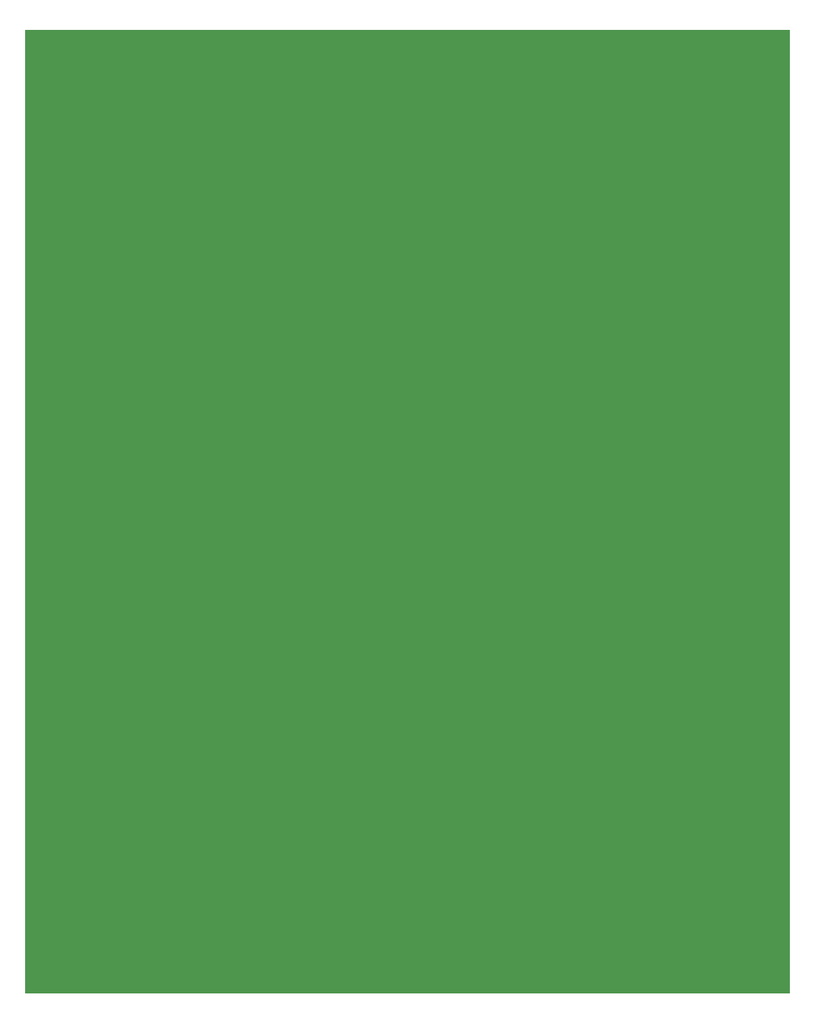
<source format=gbr>
G04 DipTrace 4.3.0.5*
G04 TopMask.gbr*
%MOMM*%
G04 #@! TF.FileFunction,Soldermask,Top*
G04 #@! TF.Part,Single*
%AMOUTLINE1*
4,1,28,
-0.85,-1.18832,
-0.85,1.18832,
-0.83798,1.27961,
-0.80148,1.36774,
-0.74341,1.44341,
-0.66774,1.50148,
-0.57961,1.53798,
-0.48832,1.55,
0.48832,1.55,
0.57961,1.53798,
0.66774,1.50148,
0.74341,1.44341,
0.80148,1.36774,
0.83798,1.27961,
0.85,1.18832,
0.85,-1.18832,
0.83798,-1.27961,
0.80148,-1.36774,
0.74341,-1.44341,
0.66774,-1.50148,
0.57961,-1.53798,
0.48832,-1.55,
-0.48832,-1.55,
-0.57961,-1.53798,
-0.66774,-1.50148,
-0.74341,-1.44341,
-0.80148,-1.36774,
-0.83798,-1.27961,
-0.85,-1.18832,
0*%
%AMOUTLINE4*
4,1,28,
3.49,3.16828,
3.49,-3.16828,
3.48019,-3.24276,
3.45018,-3.31522,
3.40244,-3.37744,
3.34022,-3.42518,
3.26776,-3.45519,
3.19328,-3.465,
-3.19328,-3.465,
-3.26776,-3.45519,
-3.34022,-3.42518,
-3.40244,-3.37744,
-3.45018,-3.31522,
-3.48019,-3.24276,
-3.49,-3.16828,
-3.49,3.16828,
-3.48019,3.24276,
-3.45018,3.31522,
-3.40244,3.37744,
-3.34022,3.42518,
-3.26776,3.45519,
-3.19328,3.465,
3.19328,3.465,
3.26776,3.45519,
3.34022,3.42518,
3.40244,3.37744,
3.45018,3.31522,
3.48019,3.24276,
3.49,3.16828,
0*%
%AMOUTLINE7*
4,1,28,
0.85,0.37953,
0.85,-0.37953,
0.84024,-0.45368,
0.81035,-0.52584,
0.7628,-0.5878,
0.70084,-0.63535,
0.62868,-0.66524,
0.55453,-0.675,
-0.55453,-0.675,
-0.62868,-0.66524,
-0.70084,-0.63535,
-0.7628,-0.5878,
-0.81035,-0.52584,
-0.84024,-0.45368,
-0.85,-0.37953,
-0.85,0.37953,
-0.84024,0.45368,
-0.81035,0.52584,
-0.7628,0.5878,
-0.70084,0.63535,
-0.62868,0.66524,
-0.55453,0.675,
0.55453,0.675,
0.62868,0.66524,
0.70084,0.63535,
0.7628,0.5878,
0.81035,0.52584,
0.84024,0.45368,
0.85,0.37953,
0*%
%AMOUTLINE10*
4,1,28,
0.9,1.53726,
0.9,-1.53726,
0.89306,-1.59,
0.87143,-1.6422,
0.83703,-1.68703,
0.7922,-1.72143,
0.74,-1.74306,
0.68726,-1.75,
-0.68726,-1.75,
-0.74,-1.74306,
-0.7922,-1.72143,
-0.83703,-1.68703,
-0.87143,-1.6422,
-0.89306,-1.59,
-0.9,-1.53726,
-0.9,1.53726,
-0.89306,1.59,
-0.87143,1.6422,
-0.83703,1.68703,
-0.7922,1.72143,
-0.74,1.74306,
-0.68726,1.75,
0.68726,1.75,
0.74,1.74306,
0.7922,1.72143,
0.83703,1.68703,
0.87143,1.6422,
0.89306,1.59,
0.9,1.53726,
0*%
%AMOUTLINE13*
4,1,28,
-0.9,-1.53726,
-0.9,1.53726,
-0.89306,1.59,
-0.87143,1.6422,
-0.83703,1.68703,
-0.7922,1.72143,
-0.74,1.74306,
-0.68726,1.75,
0.68726,1.75,
0.74,1.74306,
0.7922,1.72143,
0.83703,1.68703,
0.87143,1.6422,
0.89306,1.59,
0.9,1.53726,
0.9,-1.53726,
0.89306,-1.59,
0.87143,-1.6422,
0.83703,-1.68703,
0.7922,-1.72143,
0.74,-1.74306,
0.68726,-1.75,
-0.68726,-1.75,
-0.74,-1.74306,
-0.7922,-1.72143,
-0.83703,-1.68703,
-0.87143,-1.6422,
-0.89306,-1.59,
-0.9,-1.53726,
0*%
%AMOUTLINE16*
4,1,15,
-1.05,4.55,
1.05,4.55,
1.05,-3.50328,
1.01464,-3.77187,
0.9097,-4.02522,
0.74277,-4.24277,
0.52522,-4.4097,
0.27187,-4.51464,
0.0,-4.55043,
-0.27187,-4.51464,
-0.52522,-4.4097,
-0.74277,-4.24277,
-0.9097,-4.02522,
-1.01464,-3.77187,
-1.05,-3.50328,
-1.05,4.55,
0*%
%ADD13C,0.12*%
%ADD29R,0.8X1.2*%
%ADD36C,1.5*%
%ADD40R,1.05X1.1*%
%ADD48R,1.1X1.05*%
%ADD55OUTLINE1*%
%ADD58OUTLINE4*%
%ADD61OUTLINE7*%
%ADD64OUTLINE10*%
%ADD67OUTLINE13*%
%ADD70OUTLINE16*%
%FSLAX35Y35*%
G04*
G71*
G90*
G75*
G01*
G04 TopMask*
%LPD*%
D48*
X-5843100Y-6705350D3*
Y-6865350D3*
D29*
X-2618900Y-2266400D3*
X-2798900D3*
X-4035600Y-6519627D3*
X-4215600D3*
X-2000200D3*
X-2180200D3*
X-1677800Y-6524673D3*
X-1497800D3*
X-676300Y-2267400D3*
X-856300D3*
D55*
X-6128800Y-6796900D3*
X-6587300D3*
D58*
X-6358800Y-6122400D3*
D61*
X-5631100Y-6181200D3*
Y-6526200D3*
D64*
X-3632500Y-3597900D3*
D67*
X-3000500D3*
D64*
X-4992100Y-5189800D3*
D67*
X-4360100D3*
D64*
X-3026700Y-7866900D3*
D67*
X-2394700D3*
X-675300Y-5190800D3*
D64*
X-1307300D3*
X-1660900Y-931300D3*
D67*
X-1028900D3*
X-3000500Y-1817900D3*
D64*
X-3632500D3*
D67*
X-4360100Y-6969800D3*
D64*
X-4992100D3*
D67*
X-2394700Y-6086900D3*
D64*
X-3026700D3*
X-1307300Y-6970800D3*
D67*
X-675300D3*
X-1028900Y-2711300D3*
D64*
X-1660900D3*
D67*
X-3000500Y-927900D3*
D64*
X-3632500D3*
D67*
X-4360100Y-7859800D3*
D64*
X-4992100D3*
D67*
X-2394700Y-5196900D3*
D64*
X-3026700D3*
X-1307300Y-7860800D3*
D67*
X-675300D3*
X-1028900Y-3601300D3*
D64*
X-1660900D3*
X-3632500Y-2707900D3*
D67*
X-3000500D3*
D64*
X-4992100Y-6079800D3*
D67*
X-4360100D3*
D64*
X-3026700Y-6976900D3*
D67*
X-2394700D3*
X-675300Y-6080800D3*
D64*
X-1307300D3*
X-1660900Y-1821300D3*
D67*
X-1028900D3*
D70*
X-5260000Y-9672000D3*
X-4865557D3*
X-4471110D3*
X-4076667D3*
X-3682223D3*
X-3287777D3*
X-2893333D3*
X-2498890D3*
X-2104443D3*
X-1710000D3*
G36*
X-5258050Y-8991400D2*
X-5243529Y-8992352D1*
X-5229256Y-8995191D1*
X-5215476Y-8999868D1*
X-5202425Y-9006305D1*
X-5190325Y-9014389D1*
X-5179384Y-9023984D1*
X-5169789Y-9034925D1*
X-5161705Y-9047025D1*
X-5155268Y-9060076D1*
X-5150591Y-9073856D1*
X-5147752Y-9088129D1*
X-5146800Y-9102650D1*
X-5147752Y-9117171D1*
X-5150591Y-9131444D1*
X-5155268Y-9145224D1*
X-5161705Y-9158275D1*
X-5169789Y-9170375D1*
X-5179384Y-9181316D1*
X-5190325Y-9190911D1*
X-5202425Y-9198995D1*
X-5215476Y-9205432D1*
X-5229256Y-9210109D1*
X-5243529Y-9212948D1*
X-5258050Y-9213900D1*
X-5260550D1*
X-5275071Y-9212948D1*
X-5289344Y-9210109D1*
X-5303124Y-9205432D1*
X-5316175Y-9198995D1*
X-5328275Y-9190911D1*
X-5339216Y-9181316D1*
X-5348811Y-9170375D1*
X-5356895Y-9158275D1*
X-5363332Y-9145224D1*
X-5368009Y-9131444D1*
X-5370848Y-9117171D1*
X-5371800Y-9102650D1*
X-5370848Y-9088129D1*
X-5368009Y-9073856D1*
X-5363332Y-9060076D1*
X-5356895Y-9047025D1*
X-5348811Y-9034925D1*
X-5339216Y-9023984D1*
X-5328275Y-9014389D1*
X-5316175Y-9006305D1*
X-5303124Y-8999868D1*
X-5289344Y-8995191D1*
X-5275071Y-8992352D1*
X-5260550Y-8991400D1*
X-5258050D1*
G37*
G36*
X-4751543Y-9105150D2*
X-4752495Y-9119671D1*
X-4755334Y-9133944D1*
X-4760012Y-9147724D1*
X-4766448Y-9160775D1*
X-4774533Y-9172875D1*
X-4784128Y-9183816D1*
X-4795069Y-9193411D1*
X-4807168Y-9201495D1*
X-4820220Y-9207932D1*
X-4834000Y-9212609D1*
X-4848272Y-9215448D1*
X-4862793Y-9216400D1*
X-4877314Y-9215448D1*
X-4891587Y-9212609D1*
X-4905367Y-9207932D1*
X-4918418Y-9201495D1*
X-4930518Y-9193411D1*
X-4941459Y-9183816D1*
X-4951054Y-9172875D1*
X-4959139Y-9160775D1*
X-4965575Y-9147724D1*
X-4970253Y-9133944D1*
X-4973092Y-9119671D1*
X-4974043Y-9105150D1*
Y-9102650D1*
X-4973092Y-9088129D1*
X-4970253Y-9073856D1*
X-4965575Y-9060076D1*
X-4959139Y-9047025D1*
X-4951054Y-9034925D1*
X-4941459Y-9023984D1*
X-4930518Y-9014389D1*
X-4918418Y-9006305D1*
X-4905367Y-8999868D1*
X-4891587Y-8995191D1*
X-4877314Y-8992352D1*
X-4862793Y-8991400D1*
X-4848272Y-8992352D1*
X-4834000Y-8995191D1*
X-4820220Y-8999868D1*
X-4807168Y-9006305D1*
X-4795069Y-9014389D1*
X-4784128Y-9023984D1*
X-4774533Y-9034925D1*
X-4766448Y-9047025D1*
X-4760012Y-9060076D1*
X-4755334Y-9073856D1*
X-4752495Y-9088129D1*
X-4751543Y-9102650D1*
Y-9105150D1*
G37*
G36*
X-4356290D2*
X-4357242Y-9119671D1*
X-4360081Y-9133944D1*
X-4364758Y-9147724D1*
X-4371195Y-9160775D1*
X-4379279Y-9172875D1*
X-4388874Y-9183816D1*
X-4399815Y-9193411D1*
X-4411915Y-9201495D1*
X-4424966Y-9207932D1*
X-4438746Y-9212609D1*
X-4453019Y-9215448D1*
X-4467540Y-9216400D1*
X-4482061Y-9215448D1*
X-4496334Y-9212609D1*
X-4510114Y-9207932D1*
X-4523165Y-9201495D1*
X-4535265Y-9193411D1*
X-4546206Y-9183816D1*
X-4555801Y-9172875D1*
X-4563885Y-9160775D1*
X-4570322Y-9147724D1*
X-4574999Y-9133944D1*
X-4577838Y-9119671D1*
X-4578790Y-9105150D1*
Y-9102650D1*
X-4577838Y-9088129D1*
X-4574999Y-9073856D1*
X-4570322Y-9060076D1*
X-4563885Y-9047025D1*
X-4555801Y-9034925D1*
X-4546206Y-9023984D1*
X-4535265Y-9014389D1*
X-4523165Y-9006305D1*
X-4510114Y-8999868D1*
X-4496334Y-8995191D1*
X-4482061Y-8992352D1*
X-4467540Y-8991400D1*
X-4453019Y-8992352D1*
X-4438746Y-8995191D1*
X-4424966Y-8999868D1*
X-4411915Y-9006305D1*
X-4399815Y-9014389D1*
X-4388874Y-9023984D1*
X-4379279Y-9034925D1*
X-4371195Y-9047025D1*
X-4364758Y-9060076D1*
X-4360081Y-9073856D1*
X-4357242Y-9088129D1*
X-4356290Y-9102650D1*
Y-9105150D1*
G37*
G36*
X-3961033D2*
X-3961985Y-9119671D1*
X-3964824Y-9133944D1*
X-3969502Y-9147724D1*
X-3975938Y-9160775D1*
X-3984023Y-9172875D1*
X-3993618Y-9183816D1*
X-4004559Y-9193411D1*
X-4016658Y-9201495D1*
X-4029710Y-9207932D1*
X-4043490Y-9212609D1*
X-4057762Y-9215448D1*
X-4072283Y-9216400D1*
X-4086804Y-9215448D1*
X-4101077Y-9212609D1*
X-4114857Y-9207932D1*
X-4127908Y-9201495D1*
X-4140008Y-9193411D1*
X-4150949Y-9183816D1*
X-4160544Y-9172875D1*
X-4168629Y-9160775D1*
X-4175065Y-9147724D1*
X-4179743Y-9133944D1*
X-4182582Y-9119671D1*
X-4183533Y-9105150D1*
Y-9102650D1*
X-4182582Y-9088129D1*
X-4179743Y-9073856D1*
X-4175065Y-9060076D1*
X-4168629Y-9047025D1*
X-4160544Y-9034925D1*
X-4150949Y-9023984D1*
X-4140008Y-9014389D1*
X-4127908Y-9006305D1*
X-4114857Y-8999868D1*
X-4101077Y-8995191D1*
X-4086804Y-8992352D1*
X-4072283Y-8991400D1*
X-4057762Y-8992352D1*
X-4043490Y-8995191D1*
X-4029710Y-8999868D1*
X-4016658Y-9006305D1*
X-4004559Y-9014389D1*
X-3993618Y-9023984D1*
X-3984023Y-9034925D1*
X-3975938Y-9047025D1*
X-3969502Y-9060076D1*
X-3964824Y-9073856D1*
X-3961985Y-9088129D1*
X-3961033Y-9102650D1*
Y-9105150D1*
G37*
G36*
X-3677027Y-8991400D2*
X-3662506Y-8992352D1*
X-3648233Y-8995191D1*
X-3634453Y-8999868D1*
X-3621402Y-9006305D1*
X-3609302Y-9014389D1*
X-3598361Y-9023984D1*
X-3588766Y-9034925D1*
X-3580681Y-9047025D1*
X-3574245Y-9060076D1*
X-3569567Y-9073856D1*
X-3566728Y-9088129D1*
X-3565777Y-9102650D1*
X-3566728Y-9117171D1*
X-3569567Y-9131444D1*
X-3574245Y-9145224D1*
X-3580681Y-9158275D1*
X-3588766Y-9170375D1*
X-3598361Y-9181316D1*
X-3609302Y-9190911D1*
X-3621402Y-9198995D1*
X-3634453Y-9205432D1*
X-3648233Y-9210109D1*
X-3662506Y-9212948D1*
X-3677027Y-9213900D1*
X-3679527D1*
X-3694048Y-9212948D1*
X-3708320Y-9210109D1*
X-3722100Y-9205432D1*
X-3735152Y-9198995D1*
X-3747251Y-9190911D1*
X-3758192Y-9181316D1*
X-3767787Y-9170375D1*
X-3775872Y-9158275D1*
X-3782308Y-9145224D1*
X-3786986Y-9131444D1*
X-3789825Y-9117171D1*
X-3790777Y-9102650D1*
X-3789825Y-9088129D1*
X-3786986Y-9073856D1*
X-3782308Y-9060076D1*
X-3775872Y-9047025D1*
X-3767787Y-9034925D1*
X-3758192Y-9023984D1*
X-3747251Y-9014389D1*
X-3735152Y-9006305D1*
X-3722100Y-8999868D1*
X-3708320Y-8995191D1*
X-3694048Y-8992352D1*
X-3679527Y-8991400D1*
X-3677027D1*
G37*
G36*
X-3281773D2*
X-3267252Y-8992352D1*
X-3252980Y-8995191D1*
X-3239200Y-8999868D1*
X-3226148Y-9006305D1*
X-3214049Y-9014389D1*
X-3203108Y-9023984D1*
X-3193513Y-9034925D1*
X-3185428Y-9047025D1*
X-3178992Y-9060076D1*
X-3174314Y-9073856D1*
X-3171475Y-9088129D1*
X-3170523Y-9102650D1*
X-3171475Y-9117171D1*
X-3174314Y-9131444D1*
X-3178992Y-9145224D1*
X-3185428Y-9158275D1*
X-3193513Y-9170375D1*
X-3203108Y-9181316D1*
X-3214049Y-9190911D1*
X-3226148Y-9198995D1*
X-3239200Y-9205432D1*
X-3252980Y-9210109D1*
X-3267252Y-9212948D1*
X-3281773Y-9213900D1*
X-3284273D1*
X-3298794Y-9212948D1*
X-3313067Y-9210109D1*
X-3326847Y-9205432D1*
X-3339898Y-9198995D1*
X-3351998Y-9190911D1*
X-3362939Y-9181316D1*
X-3372534Y-9170375D1*
X-3380619Y-9158275D1*
X-3387055Y-9145224D1*
X-3391733Y-9131444D1*
X-3394572Y-9117171D1*
X-3395523Y-9102650D1*
X-3394572Y-9088129D1*
X-3391733Y-9073856D1*
X-3387055Y-9060076D1*
X-3380619Y-9047025D1*
X-3372534Y-9034925D1*
X-3362939Y-9023984D1*
X-3351998Y-9014389D1*
X-3339898Y-9006305D1*
X-3326847Y-8999868D1*
X-3313067Y-8995191D1*
X-3298794Y-8992352D1*
X-3284273Y-8991400D1*
X-3281773D1*
G37*
G36*
X-2777267Y-9105150D2*
X-2778218Y-9119671D1*
X-2781057Y-9133944D1*
X-2785735Y-9147724D1*
X-2792171Y-9160775D1*
X-2800256Y-9172875D1*
X-2809851Y-9183816D1*
X-2820792Y-9193411D1*
X-2832892Y-9201495D1*
X-2845943Y-9207932D1*
X-2859723Y-9212609D1*
X-2873996Y-9215448D1*
X-2888517Y-9216400D1*
X-2903038Y-9215448D1*
X-2917310Y-9212609D1*
X-2931090Y-9207932D1*
X-2944142Y-9201495D1*
X-2956241Y-9193411D1*
X-2967182Y-9183816D1*
X-2976777Y-9172875D1*
X-2984862Y-9160775D1*
X-2991298Y-9147724D1*
X-2995976Y-9133944D1*
X-2998815Y-9119671D1*
X-2999767Y-9105150D1*
Y-9102650D1*
X-2998815Y-9088129D1*
X-2995976Y-9073856D1*
X-2991298Y-9060076D1*
X-2984862Y-9047025D1*
X-2976777Y-9034925D1*
X-2967182Y-9023984D1*
X-2956241Y-9014389D1*
X-2944142Y-9006305D1*
X-2931090Y-8999868D1*
X-2917310Y-8995191D1*
X-2903038Y-8992352D1*
X-2888517Y-8991400D1*
X-2873996Y-8992352D1*
X-2859723Y-8995191D1*
X-2845943Y-8999868D1*
X-2832892Y-9006305D1*
X-2820792Y-9014389D1*
X-2809851Y-9023984D1*
X-2800256Y-9034925D1*
X-2792171Y-9047025D1*
X-2785735Y-9060076D1*
X-2781057Y-9073856D1*
X-2778218Y-9088129D1*
X-2777267Y-9102650D1*
Y-9105150D1*
G37*
G36*
X-2380010D2*
X-2380962Y-9119671D1*
X-2383801Y-9133944D1*
X-2388478Y-9147724D1*
X-2394915Y-9160775D1*
X-2402999Y-9172875D1*
X-2412594Y-9183816D1*
X-2423535Y-9193411D1*
X-2435635Y-9201495D1*
X-2448686Y-9207932D1*
X-2462466Y-9212609D1*
X-2476739Y-9215448D1*
X-2491260Y-9216400D1*
X-2505781Y-9215448D1*
X-2520054Y-9212609D1*
X-2533834Y-9207932D1*
X-2546885Y-9201495D1*
X-2558985Y-9193411D1*
X-2569926Y-9183816D1*
X-2579521Y-9172875D1*
X-2587605Y-9160775D1*
X-2594042Y-9147724D1*
X-2598719Y-9133944D1*
X-2601558Y-9119671D1*
X-2602510Y-9105150D1*
Y-9102650D1*
X-2601558Y-9088129D1*
X-2598719Y-9073856D1*
X-2594042Y-9060076D1*
X-2587605Y-9047025D1*
X-2579521Y-9034925D1*
X-2569926Y-9023984D1*
X-2558985Y-9014389D1*
X-2546885Y-9006305D1*
X-2533834Y-8999868D1*
X-2520054Y-8995191D1*
X-2505781Y-8992352D1*
X-2491260Y-8991400D1*
X-2476739Y-8992352D1*
X-2462466Y-8995191D1*
X-2448686Y-8999868D1*
X-2435635Y-9006305D1*
X-2423535Y-9014389D1*
X-2412594Y-9023984D1*
X-2402999Y-9034925D1*
X-2394915Y-9047025D1*
X-2388478Y-9060076D1*
X-2383801Y-9073856D1*
X-2380962Y-9088129D1*
X-2380010Y-9102650D1*
Y-9105150D1*
G37*
G36*
X-1984757D2*
X-1985708Y-9119671D1*
X-1988547Y-9133944D1*
X-1993225Y-9147724D1*
X-1999661Y-9160775D1*
X-2007746Y-9172875D1*
X-2017341Y-9183816D1*
X-2028282Y-9193411D1*
X-2040382Y-9201495D1*
X-2053433Y-9207932D1*
X-2067213Y-9212609D1*
X-2081486Y-9215448D1*
X-2096007Y-9216400D1*
X-2110528Y-9215448D1*
X-2124800Y-9212609D1*
X-2138580Y-9207932D1*
X-2151632Y-9201495D1*
X-2163731Y-9193411D1*
X-2174672Y-9183816D1*
X-2184267Y-9172875D1*
X-2192352Y-9160775D1*
X-2198788Y-9147724D1*
X-2203466Y-9133944D1*
X-2206305Y-9119671D1*
X-2207257Y-9105150D1*
Y-9102650D1*
X-2206305Y-9088129D1*
X-2203466Y-9073856D1*
X-2198788Y-9060076D1*
X-2192352Y-9047025D1*
X-2184267Y-9034925D1*
X-2174672Y-9023984D1*
X-2163731Y-9014389D1*
X-2151632Y-9006305D1*
X-2138580Y-8999868D1*
X-2124800Y-8995191D1*
X-2110528Y-8992352D1*
X-2096007Y-8991400D1*
X-2081486Y-8992352D1*
X-2067213Y-8995191D1*
X-2053433Y-8999868D1*
X-2040382Y-9006305D1*
X-2028282Y-9014389D1*
X-2017341Y-9023984D1*
X-2007746Y-9034925D1*
X-1999661Y-9047025D1*
X-1993225Y-9060076D1*
X-1988547Y-9073856D1*
X-1985708Y-9088129D1*
X-1984757Y-9102650D1*
Y-9105150D1*
G37*
G36*
X-1589500D2*
X-1590452Y-9119671D1*
X-1593291Y-9133944D1*
X-1597968Y-9147724D1*
X-1604405Y-9160775D1*
X-1612489Y-9172875D1*
X-1622084Y-9183816D1*
X-1633025Y-9193411D1*
X-1645125Y-9201495D1*
X-1658176Y-9207932D1*
X-1671956Y-9212609D1*
X-1686229Y-9215448D1*
X-1700750Y-9216400D1*
X-1715271Y-9215448D1*
X-1729544Y-9212609D1*
X-1743324Y-9207932D1*
X-1756375Y-9201495D1*
X-1768475Y-9193411D1*
X-1779416Y-9183816D1*
X-1789011Y-9172875D1*
X-1797095Y-9160775D1*
X-1803532Y-9147724D1*
X-1808209Y-9133944D1*
X-1811048Y-9119671D1*
X-1812000Y-9105150D1*
Y-9102650D1*
X-1811048Y-9088129D1*
X-1808209Y-9073856D1*
X-1803532Y-9060076D1*
X-1797095Y-9047025D1*
X-1789011Y-9034925D1*
X-1779416Y-9023984D1*
X-1768475Y-9014389D1*
X-1756375Y-9006305D1*
X-1743324Y-8999868D1*
X-1729544Y-8995191D1*
X-1715271Y-8992352D1*
X-1700750Y-8991400D1*
X-1686229Y-8992352D1*
X-1671956Y-8995191D1*
X-1658176Y-8999868D1*
X-1645125Y-9006305D1*
X-1633025Y-9014389D1*
X-1622084Y-9023984D1*
X-1612489Y-9034925D1*
X-1604405Y-9047025D1*
X-1597968Y-9060076D1*
X-1593291Y-9073856D1*
X-1590452Y-9088129D1*
X-1589500Y-9102650D1*
Y-9105150D1*
G37*
D48*
X-5631150Y-6865350D3*
Y-6705350D3*
D40*
X-3781800Y-2265300D3*
X-3941800D3*
X-5238150Y-6414800D3*
X-5078150D3*
X-3356800Y-6547050D3*
X-3516800D3*
X-409500Y-6522150D3*
X-569500D3*
X-1901900Y-2263200D3*
X-1741900D3*
D48*
X-5419200Y-6865350D3*
Y-6705350D3*
X-7587772Y-1771240D2*
D13*
X-6124283Y-3234729D1*
X-4285848Y-1396294D1*
X-5749337Y67196D1*
X-7587772Y-1771240D1*
D36*
X-6205600Y-1783100D3*
G36*
X-9239700Y1381900D2*
X291500D1*
Y-10622600D1*
X-9239700D1*
Y1381900D1*
G37*
M02*

</source>
